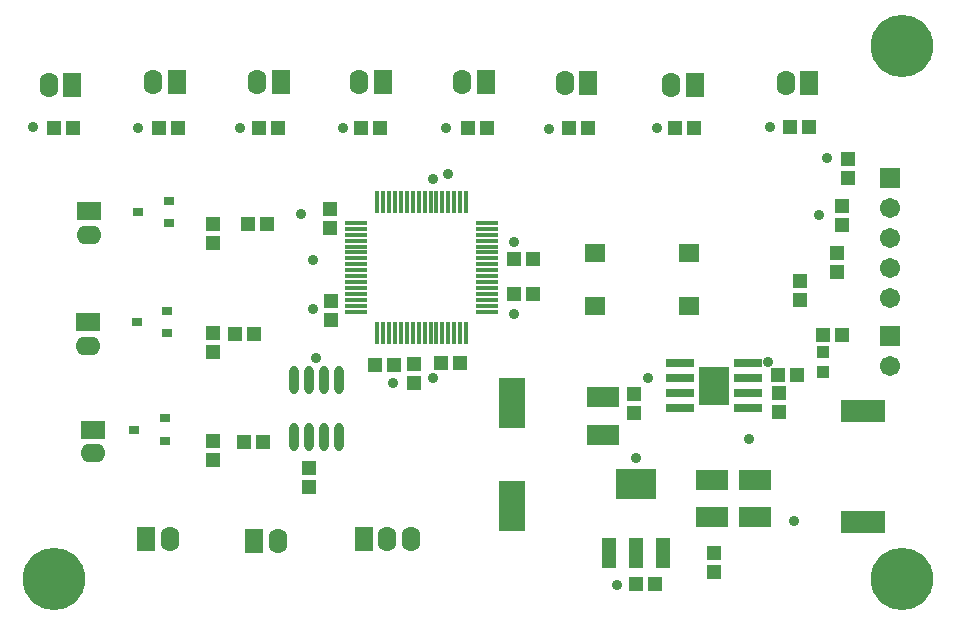
<source format=gts>
G04*
G04 #@! TF.GenerationSoftware,Altium Limited,Altium Designer,18.1.6 (161)*
G04*
G04 Layer_Color=8388736*
%FSLAX25Y25*%
%MOIN*%
G70*
G01*
G75*
%ADD34R,0.03556X0.03162*%
%ADD35R,0.04737X0.10249*%
%ADD36R,0.13398X0.10249*%
%ADD37O,0.03162X0.09461*%
%ADD38R,0.06922X0.05918*%
%ADD39O,0.01581X0.07487*%
%ADD40O,0.07487X0.01581*%
%ADD41R,0.14816X0.07808*%
%ADD42R,0.09461X0.02769*%
%ADD43R,0.10249X0.13005*%
%ADD44R,0.03950X0.03950*%
%ADD45R,0.08674X0.16942*%
%ADD46R,0.04737X0.04540*%
%ADD47R,0.10642X0.06706*%
%ADD48R,0.04540X0.04737*%
%ADD49R,0.04737X0.04934*%
%ADD50R,0.04934X0.04737*%
%ADD51O,0.06300X0.08300*%
%ADD52R,0.06300X0.08300*%
%ADD53R,0.06706X0.06706*%
%ADD54C,0.06706*%
%ADD55O,0.08300X0.06300*%
%ADD56R,0.08300X0.06300*%
%ADD57C,0.02769*%
%ADD58C,0.03500*%
%ADD59C,0.20800*%
D34*
X128882Y263500D02*
D03*
X139118Y267240D02*
D03*
Y259760D02*
D03*
X137902Y187260D02*
D03*
Y194740D02*
D03*
X127665Y191000D02*
D03*
X128382Y226874D02*
D03*
X138618Y230614D02*
D03*
Y223134D02*
D03*
D35*
X285849Y150000D02*
D03*
X294904D02*
D03*
X303959D02*
D03*
D36*
X294904Y172835D02*
D03*
D37*
X181000Y188500D02*
D03*
X186000D02*
D03*
X191000D02*
D03*
X196000D02*
D03*
X181000Y207398D02*
D03*
X186000D02*
D03*
X191000D02*
D03*
X196000D02*
D03*
D38*
X281350Y232142D02*
D03*
Y249858D02*
D03*
X312650Y232142D02*
D03*
Y249858D02*
D03*
D39*
X208658Y267000D02*
D03*
X210626D02*
D03*
X212595D02*
D03*
X214563D02*
D03*
X216531D02*
D03*
X218500D02*
D03*
X220468D02*
D03*
X222437D02*
D03*
X224406D02*
D03*
X226374D02*
D03*
X228343D02*
D03*
X230311D02*
D03*
X232279D02*
D03*
X234248D02*
D03*
X236216D02*
D03*
X238185D02*
D03*
Y223299D02*
D03*
X236216D02*
D03*
X234248D02*
D03*
X232279D02*
D03*
X230311D02*
D03*
X228343D02*
D03*
X226374D02*
D03*
X224406D02*
D03*
X222437D02*
D03*
X220468D02*
D03*
X218500D02*
D03*
X216531D02*
D03*
X214563D02*
D03*
X212595D02*
D03*
X210626D02*
D03*
X208658D02*
D03*
D40*
X245272Y259913D02*
D03*
Y257945D02*
D03*
Y255976D02*
D03*
Y254008D02*
D03*
Y252039D02*
D03*
Y250071D02*
D03*
Y248102D02*
D03*
Y246134D02*
D03*
Y244165D02*
D03*
Y242197D02*
D03*
Y240228D02*
D03*
Y238260D02*
D03*
Y236291D02*
D03*
Y234323D02*
D03*
Y232354D02*
D03*
Y230386D02*
D03*
X201571D02*
D03*
Y232354D02*
D03*
Y234323D02*
D03*
Y236291D02*
D03*
Y238260D02*
D03*
Y240228D02*
D03*
Y242197D02*
D03*
Y244165D02*
D03*
Y246134D02*
D03*
Y248102D02*
D03*
Y250071D02*
D03*
Y252039D02*
D03*
Y254008D02*
D03*
Y255976D02*
D03*
Y257945D02*
D03*
Y259913D02*
D03*
D41*
X370491Y160101D02*
D03*
Y197109D02*
D03*
D42*
X332161Y198105D02*
D03*
X332161Y203105D02*
D03*
Y208105D02*
D03*
X332161Y213105D02*
D03*
X309523Y198105D02*
D03*
Y203105D02*
D03*
X309523Y208105D02*
D03*
X309523Y213105D02*
D03*
D43*
X320842Y205605D02*
D03*
D44*
X357350Y216748D02*
D03*
Y210252D02*
D03*
D45*
X253491Y165584D02*
D03*
Y199836D02*
D03*
D46*
X301157Y139500D02*
D03*
X294858D02*
D03*
X260650Y236291D02*
D03*
X254350D02*
D03*
X260650Y248000D02*
D03*
X254350D02*
D03*
X236050Y213298D02*
D03*
X229750D02*
D03*
X214150Y212500D02*
D03*
X207850D02*
D03*
X348641Y209105D02*
D03*
X342342Y209105D02*
D03*
D47*
X283991Y189210D02*
D03*
Y201729D02*
D03*
X334559Y161725D02*
D03*
X334559Y174245D02*
D03*
X320121Y161734D02*
D03*
Y174254D02*
D03*
D48*
X193256Y227474D02*
D03*
Y233774D02*
D03*
X193000Y264500D02*
D03*
Y258201D02*
D03*
X221000Y212799D02*
D03*
Y206500D02*
D03*
X294070Y196455D02*
D03*
Y202754D02*
D03*
X342491Y203255D02*
D03*
X342491Y196955D02*
D03*
X321029Y143566D02*
D03*
Y149866D02*
D03*
D49*
X349500Y240650D02*
D03*
Y234350D02*
D03*
X365500Y274850D02*
D03*
Y281150D02*
D03*
X363500Y265650D02*
D03*
Y259350D02*
D03*
X362000Y250016D02*
D03*
Y243717D02*
D03*
X153839Y187299D02*
D03*
Y181000D02*
D03*
X186000Y178150D02*
D03*
Y171850D02*
D03*
X153799Y216850D02*
D03*
Y223150D02*
D03*
X153839Y259650D02*
D03*
Y253350D02*
D03*
D50*
X357350Y222500D02*
D03*
X363650D02*
D03*
X170650Y187000D02*
D03*
X164350D02*
D03*
X167500Y222760D02*
D03*
X161201D02*
D03*
X165500Y259650D02*
D03*
X171799D02*
D03*
X245150Y291650D02*
D03*
X238850D02*
D03*
X107150Y291500D02*
D03*
X100850D02*
D03*
X142150Y291650D02*
D03*
X135850D02*
D03*
X278799Y291500D02*
D03*
X272500D02*
D03*
X175449D02*
D03*
X169150D02*
D03*
X314150D02*
D03*
X307850D02*
D03*
X209650Y291650D02*
D03*
X203350D02*
D03*
X352650Y292000D02*
D03*
X346350D02*
D03*
D51*
X219874Y154500D02*
D03*
X212000D02*
D03*
X344776Y306500D02*
D03*
X175500Y154000D02*
D03*
X139374Y154500D02*
D03*
X237000Y307000D02*
D03*
X99126Y306000D02*
D03*
X134000Y307000D02*
D03*
X271126Y306500D02*
D03*
X168500Y307000D02*
D03*
X306626Y306000D02*
D03*
X202626Y307000D02*
D03*
D52*
X204126Y154500D02*
D03*
X352650Y306500D02*
D03*
X167626Y154000D02*
D03*
X131500Y154500D02*
D03*
X244874Y307000D02*
D03*
X107000Y306000D02*
D03*
X141874Y307000D02*
D03*
X279000Y306500D02*
D03*
X176374Y307000D02*
D03*
X314500Y306000D02*
D03*
X210500Y307000D02*
D03*
D53*
X379500Y275000D02*
D03*
Y222288D02*
D03*
D54*
Y265000D02*
D03*
Y255000D02*
D03*
Y245000D02*
D03*
Y235000D02*
D03*
Y212288D02*
D03*
D55*
X113839Y183126D02*
D03*
X112339Y219000D02*
D03*
X112500Y256000D02*
D03*
D56*
X113839Y191000D02*
D03*
X112339Y226874D02*
D03*
X112500Y263874D02*
D03*
D57*
X318676Y201274D02*
D03*
Y205605D02*
D03*
X318676Y209936D02*
D03*
X323007Y201274D02*
D03*
X323007Y205605D02*
D03*
X323007Y209936D02*
D03*
D58*
X295000Y181500D02*
D03*
X356000Y262714D02*
D03*
X358526Y281503D02*
D03*
X288500Y139272D02*
D03*
X183055Y263000D02*
D03*
X332500Y188000D02*
D03*
X187354Y247500D02*
D03*
X214000Y206575D02*
D03*
X188354Y214728D02*
D03*
X227354Y274500D02*
D03*
X232354Y276255D02*
D03*
X187354Y231105D02*
D03*
X227354Y208105D02*
D03*
X254354Y229500D02*
D03*
Y253605D02*
D03*
X339621Y292000D02*
D03*
X301749Y291500D02*
D03*
X231500D02*
D03*
X162749D02*
D03*
X265854Y291105D02*
D03*
X197354Y291605D02*
D03*
X129000Y291650D02*
D03*
X94000Y291776D02*
D03*
X347491Y160605D02*
D03*
X298991Y208105D02*
D03*
X338991Y213605D02*
D03*
D59*
X383487Y141250D02*
D03*
Y318898D02*
D03*
X100852Y141250D02*
D03*
M02*

</source>
